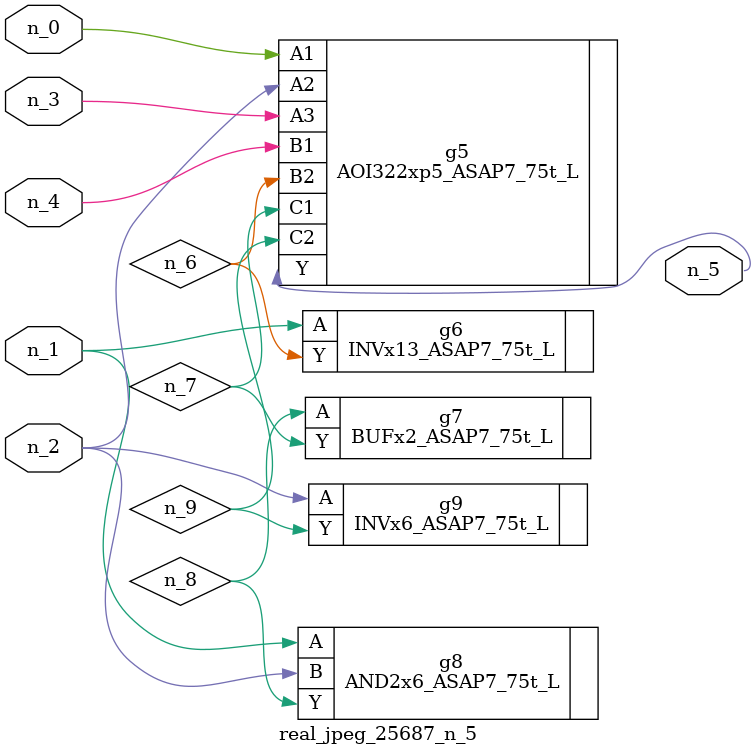
<source format=v>
module real_jpeg_25687_n_5 (n_4, n_0, n_1, n_2, n_3, n_5);

input n_4;
input n_0;
input n_1;
input n_2;
input n_3;

output n_5;

wire n_8;
wire n_6;
wire n_7;
wire n_9;

AOI322xp5_ASAP7_75t_L g5 ( 
.A1(n_0),
.A2(n_2),
.A3(n_3),
.B1(n_4),
.B2(n_6),
.C1(n_7),
.C2(n_9),
.Y(n_5)
);

INVx13_ASAP7_75t_L g6 ( 
.A(n_1),
.Y(n_6)
);

AND2x6_ASAP7_75t_L g8 ( 
.A(n_1),
.B(n_2),
.Y(n_8)
);

INVx6_ASAP7_75t_L g9 ( 
.A(n_2),
.Y(n_9)
);

BUFx2_ASAP7_75t_L g7 ( 
.A(n_8),
.Y(n_7)
);


endmodule
</source>
